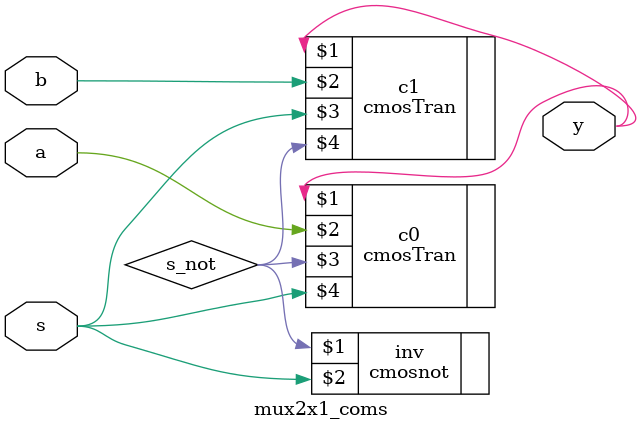
<source format=v>
module mux2x1_coms (a, b, s, y);
	input a, b, s;
	output y;
	
	wire s_not; 	//internal wire, output of inverter 

	cmosnot inv (s_not, s);
	
	// cmosTran (drain, source, n_gate, p_gate)
	cmosTran c0 (y, a, s_not, s);
	cmosTran c1 (y, b, s, s_not);

endmodule

</source>
